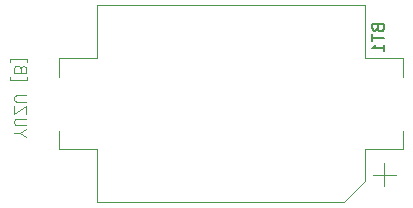
<source format=gbr>
%TF.GenerationSoftware,KiCad,Pcbnew,8.0.4*%
%TF.CreationDate,2024-08-13T11:19:50+12:00*%
%TF.ProjectId,yuzu-pcb,79757a75-2d70-4636-922e-6b696361645f,rev?*%
%TF.SameCoordinates,Original*%
%TF.FileFunction,Legend,Bot*%
%TF.FilePolarity,Positive*%
%FSLAX46Y46*%
G04 Gerber Fmt 4.6, Leading zero omitted, Abs format (unit mm)*
G04 Created by KiCad (PCBNEW 8.0.4) date 2024-08-13 11:19:50*
%MOMM*%
%LPD*%
G01*
G04 APERTURE LIST*
%ADD10C,0.100000*%
%ADD11C,0.150000*%
%ADD12C,0.120000*%
%ADD13C,2.540000*%
%ADD14C,1.878000*%
%ADD15C,3.911600*%
%ADD16R,2.600000X3.600000*%
G04 APERTURE END LIST*
D10*
X101853771Y-113755639D02*
X101377580Y-113755639D01*
X102377580Y-114088972D02*
X101853771Y-113755639D01*
X101853771Y-113755639D02*
X102377580Y-113422306D01*
X102377580Y-113088972D02*
X101568057Y-113088972D01*
X101568057Y-113088972D02*
X101472819Y-113041353D01*
X101472819Y-113041353D02*
X101425200Y-112993734D01*
X101425200Y-112993734D02*
X101377580Y-112898496D01*
X101377580Y-112898496D02*
X101377580Y-112708020D01*
X101377580Y-112708020D02*
X101425200Y-112612782D01*
X101425200Y-112612782D02*
X101472819Y-112565163D01*
X101472819Y-112565163D02*
X101568057Y-112517544D01*
X101568057Y-112517544D02*
X102377580Y-112517544D01*
X102377580Y-112136591D02*
X102377580Y-111469925D01*
X102377580Y-111469925D02*
X101377580Y-112136591D01*
X101377580Y-112136591D02*
X101377580Y-111469925D01*
X102377580Y-111088972D02*
X101568057Y-111088972D01*
X101568057Y-111088972D02*
X101472819Y-111041353D01*
X101472819Y-111041353D02*
X101425200Y-110993734D01*
X101425200Y-110993734D02*
X101377580Y-110898496D01*
X101377580Y-110898496D02*
X101377580Y-110708020D01*
X101377580Y-110708020D02*
X101425200Y-110612782D01*
X101425200Y-110612782D02*
X101472819Y-110565163D01*
X101472819Y-110565163D02*
X101568057Y-110517544D01*
X101568057Y-110517544D02*
X102377580Y-110517544D01*
X101044247Y-108993734D02*
X101044247Y-109231829D01*
X101044247Y-109231829D02*
X102472819Y-109231829D01*
X102472819Y-109231829D02*
X102472819Y-108993734D01*
X101901390Y-108279448D02*
X101853771Y-108136591D01*
X101853771Y-108136591D02*
X101806152Y-108088972D01*
X101806152Y-108088972D02*
X101710914Y-108041353D01*
X101710914Y-108041353D02*
X101568057Y-108041353D01*
X101568057Y-108041353D02*
X101472819Y-108088972D01*
X101472819Y-108088972D02*
X101425200Y-108136591D01*
X101425200Y-108136591D02*
X101377580Y-108231829D01*
X101377580Y-108231829D02*
X101377580Y-108612781D01*
X101377580Y-108612781D02*
X102377580Y-108612781D01*
X102377580Y-108612781D02*
X102377580Y-108279448D01*
X102377580Y-108279448D02*
X102329961Y-108184210D01*
X102329961Y-108184210D02*
X102282342Y-108136591D01*
X102282342Y-108136591D02*
X102187104Y-108088972D01*
X102187104Y-108088972D02*
X102091866Y-108088972D01*
X102091866Y-108088972D02*
X101996628Y-108136591D01*
X101996628Y-108136591D02*
X101949009Y-108184210D01*
X101949009Y-108184210D02*
X101901390Y-108279448D01*
X101901390Y-108279448D02*
X101901390Y-108612781D01*
X101044247Y-107708019D02*
X101044247Y-107469924D01*
X101044247Y-107469924D02*
X102472819Y-107469924D01*
X102472819Y-107469924D02*
X102472819Y-107708019D01*
D11*
X132131009Y-104864285D02*
X132178628Y-105007142D01*
X132178628Y-105007142D02*
X132226247Y-105054761D01*
X132226247Y-105054761D02*
X132321485Y-105102380D01*
X132321485Y-105102380D02*
X132464342Y-105102380D01*
X132464342Y-105102380D02*
X132559580Y-105054761D01*
X132559580Y-105054761D02*
X132607200Y-105007142D01*
X132607200Y-105007142D02*
X132654819Y-104911904D01*
X132654819Y-104911904D02*
X132654819Y-104530952D01*
X132654819Y-104530952D02*
X131654819Y-104530952D01*
X131654819Y-104530952D02*
X131654819Y-104864285D01*
X131654819Y-104864285D02*
X131702438Y-104959523D01*
X131702438Y-104959523D02*
X131750057Y-105007142D01*
X131750057Y-105007142D02*
X131845295Y-105054761D01*
X131845295Y-105054761D02*
X131940533Y-105054761D01*
X131940533Y-105054761D02*
X132035771Y-105007142D01*
X132035771Y-105007142D02*
X132083390Y-104959523D01*
X132083390Y-104959523D02*
X132131009Y-104864285D01*
X132131009Y-104864285D02*
X132131009Y-104530952D01*
X131654819Y-105388095D02*
X131654819Y-105959523D01*
X132654819Y-105673809D02*
X131654819Y-105673809D01*
X132654819Y-106816666D02*
X132654819Y-106245238D01*
X132654819Y-106530952D02*
X131654819Y-106530952D01*
X131654819Y-106530952D02*
X131797676Y-106435714D01*
X131797676Y-106435714D02*
X131892914Y-106340476D01*
X131892914Y-106340476D02*
X131940533Y-106245238D01*
D12*
%TO.C,BT1*%
X105150000Y-107400000D02*
X108350000Y-107400000D01*
X105150000Y-108950000D02*
X105150000Y-107400000D01*
X105150000Y-113550000D02*
X105150000Y-115100000D01*
X105150000Y-115100000D02*
X108350000Y-115100000D01*
X108350000Y-102900000D02*
X131050000Y-102900000D01*
X108350000Y-107400000D02*
X108350000Y-102900000D01*
X108350000Y-115100000D02*
X108350000Y-119600000D01*
X129250000Y-119600000D02*
X108350000Y-119600000D01*
X131050000Y-107400000D02*
X131050000Y-102900000D01*
X131050000Y-115100000D02*
X131050000Y-117800000D01*
X131050000Y-117800000D02*
X129250000Y-119600000D01*
X132700000Y-118250000D02*
X132700000Y-116250000D01*
X133700000Y-117250000D02*
X131700000Y-117250000D01*
X134250000Y-107400000D02*
X131050000Y-107400000D01*
X134250000Y-108950000D02*
X134250000Y-107400000D01*
X134250000Y-113550000D02*
X134250000Y-115100000D01*
X134250000Y-115100000D02*
X131050000Y-115100000D01*
%TD*%
%LPC*%
D13*
%TO.C,REF\u002A\u002A*%
X102500000Y-120500000D03*
%TD*%
D14*
%TO.C,TP3*%
X110780000Y-121600000D03*
%TD*%
%TO.C,TP2*%
X108240000Y-121600000D03*
%TD*%
%TO.C,TP9*%
X115860000Y-101400000D03*
%TD*%
%TO.C,TP4*%
X113320000Y-121600000D03*
%TD*%
%TO.C,TP6*%
X108240000Y-101400000D03*
%TD*%
%TO.C,TP1*%
X105700000Y-121600000D03*
%TD*%
%TO.C,TP5*%
X105700000Y-101400000D03*
%TD*%
D15*
%TO.C,REF\u002A\u002A*%
X134500000Y-102500000D03*
%TD*%
D13*
%TO.C,REF\u002A\u002A*%
X102500000Y-102500000D03*
%TD*%
D14*
%TO.C,TP10*%
X118400000Y-101400000D03*
%TD*%
%TO.C,TP8*%
X113320000Y-101400000D03*
%TD*%
%TO.C,TP7*%
X110780000Y-101400000D03*
%TD*%
D16*
%TO.C,BT1*%
X134350000Y-111250000D03*
X105050000Y-111250000D03*
%TD*%
%LPD*%
M02*

</source>
